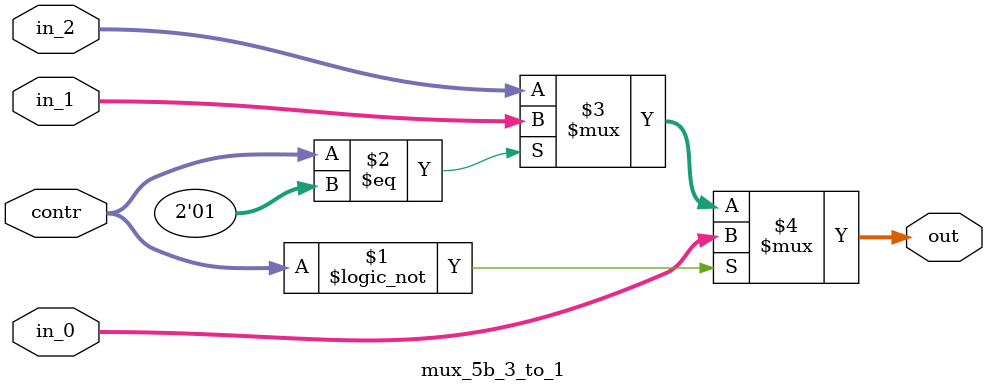
<source format=v>
module mux_5b_3_to_1(output [4:0] out, input [4:0] in_0, input [4:0] in_1, input [4:0] in_2, input [1:0] contr);
    assign out = ((contr == 0)?(in_0):((contr == 1)?(in_1):(in_2)));
endmodule
</source>
